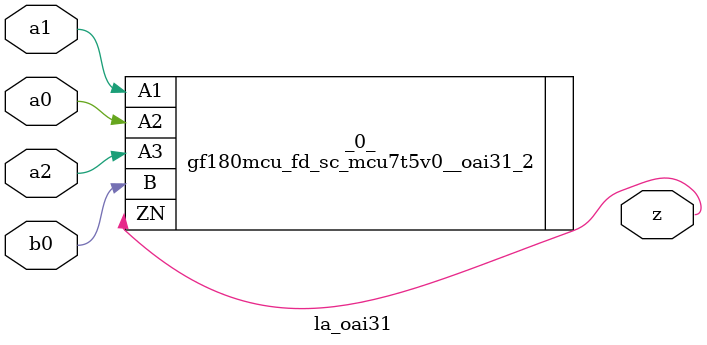
<source format=v>
/* Generated by Yosys 0.37 (git sha1 a5c7f69ed, clang 14.0.0-1ubuntu1.1 -fPIC -Os) */

module la_oai31(a0, a1, a2, b0, z);
  input a0;
  wire a0;
  input a1;
  wire a1;
  input a2;
  wire a2;
  input b0;
  wire b0;
  output z;
  wire z;
  gf180mcu_fd_sc_mcu7t5v0__oai31_2 _0_ (
    .A1(a1),
    .A2(a0),
    .A3(a2),
    .B(b0),
    .ZN(z)
  );
endmodule

</source>
